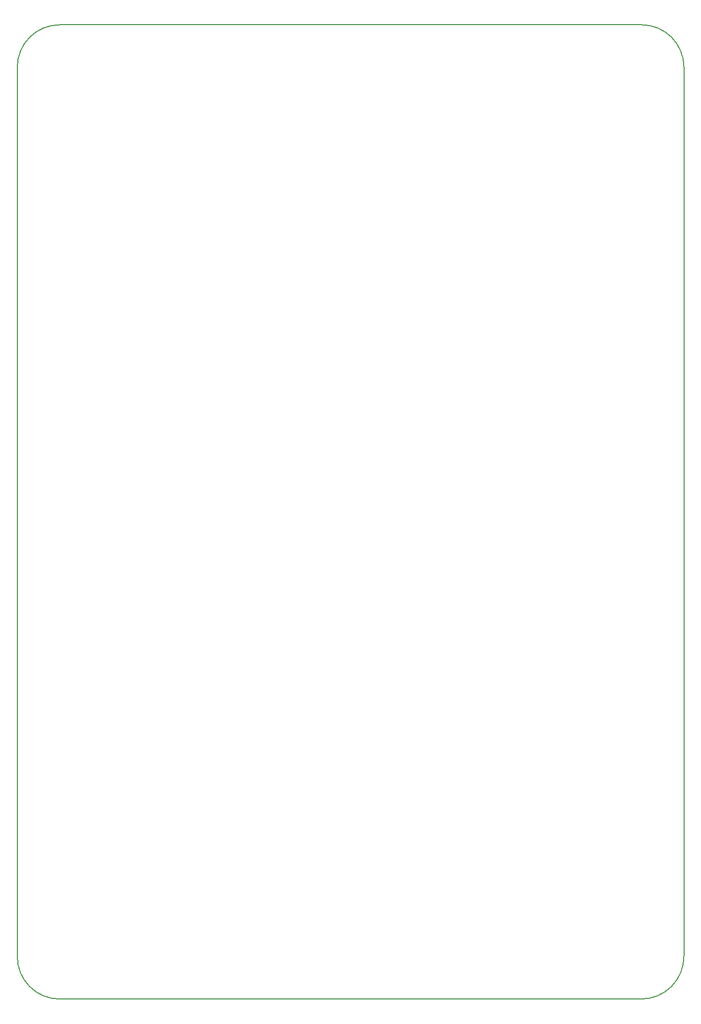
<source format=gm1>
G04 #@! TF.GenerationSoftware,KiCad,Pcbnew,7.0.2*
G04 #@! TF.CreationDate,2023-12-05T14:33:53-06:00*
G04 #@! TF.ProjectId,SixteenSegClock-Main,53697874-6565-46e5-9365-67436c6f636b,A*
G04 #@! TF.SameCoordinates,PX9fcafb8PYcb70528*
G04 #@! TF.FileFunction,Profile,NP*
%FSLAX46Y46*%
G04 Gerber Fmt 4.6, Leading zero omitted, Abs format (unit mm)*
G04 Created by KiCad (PCBNEW 7.0.2) date 2023-12-05 14:33:53*
%MOMM*%
%LPD*%
G01*
G04 APERTURE LIST*
G04 #@! TA.AperFunction,Profile*
%ADD10C,0.200000*%
G04 #@! TD*
G04 APERTURE END LIST*
D10*
X112294000Y156095000D02*
X112294000Y9095000D01*
X112293999Y156095000D02*
G75*
G03*
X105294000Y163094999I-6996999J3000D01*
G01*
X8994000Y163095000D02*
X105294000Y163095000D01*
X105294000Y1995000D02*
X8994000Y1995000D01*
X105294000Y1994958D02*
G75*
G03*
X112294000Y9095000I-47000J7047042D01*
G01*
X8994000Y163094999D02*
G75*
G03*
X1994001Y156095000I-3000J-6996999D01*
G01*
X1994000Y8995000D02*
X1994000Y156095000D01*
X1994001Y8995000D02*
G75*
G03*
X8994000Y1995001I6996999J-3000D01*
G01*
M02*

</source>
